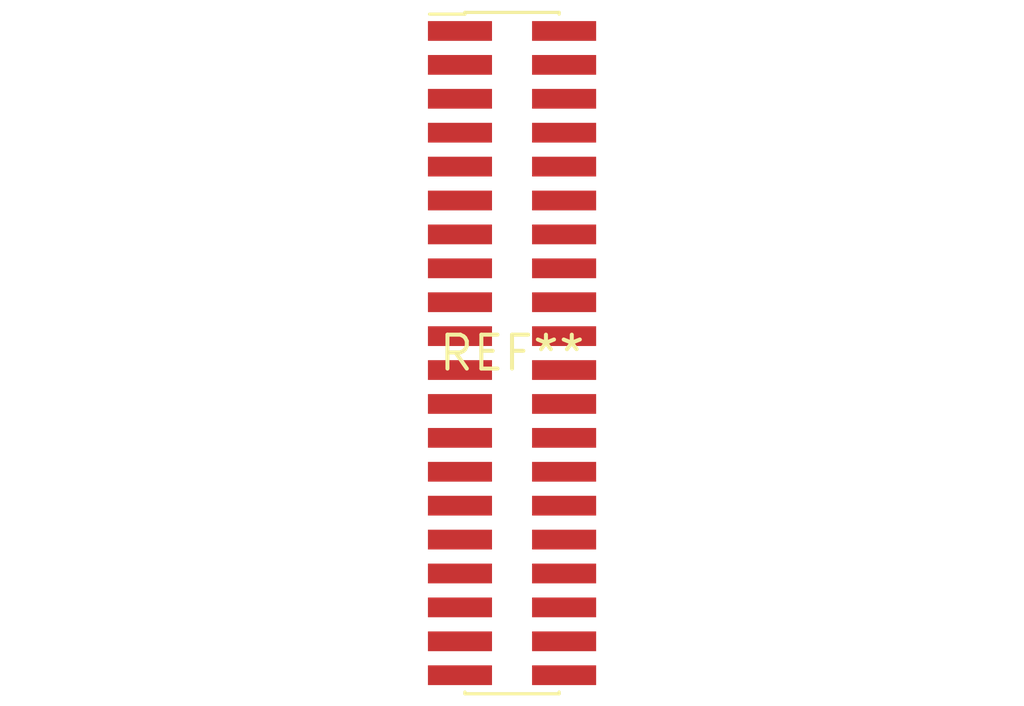
<source format=kicad_pcb>
(kicad_pcb (version 20240108) (generator pcbnew)
  (layers (0 "F.Cu" signal) (31 "B.Cu" signal) (34 "B.Paste" user) (35 "F.Paste" user) (36 "B.SilkS" user "B.Silkscreen") (37 "F.SilkS" user "F.Silkscreen") (38 "B.Mask" user) (39 "F.Mask" user) (44 "Edge.Cuts" user))
  (net 0 "")
  (footprint "PinHeader_2x20_P1.27mm_Vertical_SMD" (layer "F.Cu") (at 0 0)
    (property "Reference" "REF**")
    (property "Value" "PinHeader_2x20_P1.27mm_Vertical_SMD")
    (fp_line (start -3.09 -12.695) (end -1.765 -12.695) (layer "F.SilkS") (stroke (width 0.12)))
    (fp_line (start -1.765 -12.76) (end -1.765 -12.695) (layer "F.SilkS") (stroke (width 0.12)))
    (fp_line (start -1.765 -12.76) (end 1.765 -12.76) (layer "F.SilkS") (stroke (width 0.12)))
    (fp_line (start -1.765 12.695) (end -1.765 12.76) (layer "F.SilkS") (stroke (width 0.12)))
    (fp_line (start -1.765 12.76) (end 1.765 12.76) (layer "F.SilkS") (stroke (width 0.12)))
    (fp_line (start 1.765 -12.76) (end 1.765 -12.695) (layer "F.SilkS") (stroke (width 0.12)))
    (fp_line (start 1.765 12.695) (end 1.765 12.76) (layer "F.SilkS") (stroke (width 0.12)))
    (pad "1" smd rect (at -1.95 -12.065) (size 2.4 0.74) (layers "F.Cu" "F.Paste" "F.Mask"))
    (pad "2" smd rect (at 1.95 -12.065) (size 2.4 0.74) (layers "F.Cu" "F.Paste" "F.Mask"))
    (pad "3" smd rect (at -1.95 -10.795) (size 2.4 0.74) (layers "F.Cu" "F.Paste" "F.Mask"))
    (pad "4" smd rect (at 1.95 -10.795) (size 2.4 0.74) (layers "F.Cu" "F.Paste" "F.Mask"))
    (pad "5" smd rect (at -1.95 -9.525) (size 2.4 0.74) (layers "F.Cu" "F.Paste" "F.Mask"))
    (pad "6" smd rect (at 1.95 -9.525) (size 2.4 0.74) (layers "F.Cu" "F.Paste" "F.Mask"))
    (pad "7" smd rect (at -1.95 -8.255) (size 2.4 0.74) (layers "F.Cu" "F.Paste" "F.Mask"))
    (pad "8" smd rect (at 1.95 -8.255) (size 2.4 0.74) (layers "F.Cu" "F.Paste" "F.Mask"))
    (pad "9" smd rect (at -1.95 -6.985) (size 2.4 0.74) (layers "F.Cu" "F.Paste" "F.Mask"))
    (pad "10" smd rect (at 1.95 -6.985) (size 2.4 0.74) (layers "F.Cu" "F.Paste" "F.Mask"))
    (pad "11" smd rect (at -1.95 -5.715) (size 2.4 0.74) (layers "F.Cu" "F.Paste" "F.Mask"))
    (pad "12" smd rect (at 1.95 -5.715) (size 2.4 0.74) (layers "F.Cu" "F.Paste" "F.Mask"))
    (pad "13" smd rect (at -1.95 -4.445) (size 2.4 0.74) (layers "F.Cu" "F.Paste" "F.Mask"))
    (pad "14" smd rect (at 1.95 -4.445) (size 2.4 0.74) (layers "F.Cu" "F.Paste" "F.Mask"))
    (pad "15" smd rect (at -1.95 -3.175) (size 2.4 0.74) (layers "F.Cu" "F.Paste" "F.Mask"))
    (pad "16" smd rect (at 1.95 -3.175) (size 2.4 0.74) (layers "F.Cu" "F.Paste" "F.Mask"))
    (pad "17" smd rect (at -1.95 -1.905) (size 2.4 0.74) (layers "F.Cu" "F.Paste" "F.Mask"))
    (pad "18" smd rect (at 1.95 -1.905) (size 2.4 0.74) (layers "F.Cu" "F.Paste" "F.Mask"))
    (pad "19" smd rect (at -1.95 -0.635) (size 2.4 0.74) (layers "F.Cu" "F.Paste" "F.Mask"))
    (pad "20" smd rect (at 1.95 -0.635) (size 2.4 0.74) (layers "F.Cu" "F.Paste" "F.Mask"))
    (pad "21" smd rect (at -1.95 0.635) (size 2.4 0.74) (layers "F.Cu" "F.Paste" "F.Mask"))
    (pad "22" smd rect (at 1.95 0.635) (size 2.4 0.74) (layers "F.Cu" "F.Paste" "F.Mask"))
    (pad "23" smd rect (at -1.95 1.905) (size 2.4 0.74) (layers "F.Cu" "F.Paste" "F.Mask"))
    (pad "24" smd rect (at 1.95 1.905) (size 2.4 0.74) (layers "F.Cu" "F.Paste" "F.Mask"))
    (pad "25" smd rect (at -1.95 3.175) (size 2.4 0.74) (layers "F.Cu" "F.Paste" "F.Mask"))
    (pad "26" smd rect (at 1.95 3.175) (size 2.4 0.74) (layers "F.Cu" "F.Paste" "F.Mask"))
    (pad "27" smd rect (at -1.95 4.445) (size 2.4 0.74) (layers "F.Cu" "F.Paste" "F.Mask"))
    (pad "28" smd rect (at 1.95 4.445) (size 2.4 0.74) (layers "F.Cu" "F.Paste" "F.Mask"))
    (pad "29" smd rect (at -1.95 5.715) (size 2.4 0.74) (layers "F.Cu" "F.Paste" "F.Mask"))
    (pad "30" smd rect (at 1.95 5.715) (size 2.4 0.74) (layers "F.Cu" "F.Paste" "F.Mask"))
    (pad "31" smd rect (at -1.95 6.985) (size 2.4 0.74) (layers "F.Cu" "F.Paste" "F.Mask"))
    (pad "32" smd rect (at 1.95 6.985) (size 2.4 0.74) (layers "F.Cu" "F.Paste" "F.Mask"))
    (pad "33" smd rect (at -1.95 8.255) (size 2.4 0.74) (layers "F.Cu" "F.Paste" "F.Mask"))
    (pad "34" smd rect (at 1.95 8.255) (size 2.4 0.74) (layers "F.Cu" "F.Paste" "F.Mask"))
    (pad "35" smd rect (at -1.95 9.525) (size 2.4 0.74) (layers "F.Cu" "F.Paste" "F.Mask"))
    (pad "36" smd rect (at 1.95 9.525) (size 2.4 0.74) (layers "F.Cu" "F.Paste" "F.Mask"))
    (pad "37" smd rect (at -1.95 10.795) (size 2.4 0.74) (layers "F.Cu" "F.Paste" "F.Mask"))
    (pad "38" smd rect (at 1.95 10.795) (size 2.4 0.74) (layers "F.Cu" "F.Paste" "F.Mask"))
    (pad "39" smd rect (at -1.95 12.065) (size 2.4 0.74) (layers "F.Cu" "F.Paste" "F.Mask"))
    (pad "40" smd rect (at 1.95 12.065) (size 2.4 0.74) (layers "F.Cu" "F.Paste" "F.Mask"))
  )
)
</source>
